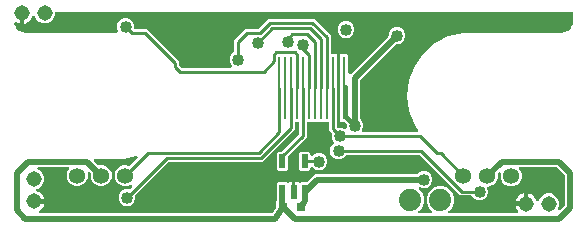
<source format=gbr>
G04 EAGLE Gerber RS-274X export*
G75*
%MOMM*%
%FSLAX34Y34*%
%LPD*%
%INBottom Copper*%
%IPPOS*%
%AMOC8*
5,1,8,0,0,1.08239X$1,22.5*%
G01*
%ADD10C,1.359600*%
%ADD11C,1.879600*%
%ADD12R,0.550000X1.200000*%
%ADD13R,0.800000X0.800000*%
%ADD14R,0.279400X5.334000*%
%ADD15C,1.309600*%
%ADD16C,1.016000*%
%ADD17C,0.254000*%
%ADD18C,0.508000*%
%ADD19C,0.406400*%

G36*
X344220Y49026D02*
X344220Y49026D01*
X344245Y49024D01*
X344377Y49046D01*
X344512Y49063D01*
X344534Y49072D01*
X344558Y49076D01*
X344682Y49130D01*
X344807Y49180D01*
X344827Y49194D01*
X344849Y49204D01*
X344955Y49287D01*
X345065Y49366D01*
X345080Y49385D01*
X345099Y49400D01*
X345181Y49507D01*
X345267Y49611D01*
X345278Y49633D01*
X345293Y49653D01*
X345346Y49778D01*
X345403Y49899D01*
X345408Y49923D01*
X345417Y49946D01*
X345437Y50079D01*
X345463Y50211D01*
X345461Y50236D01*
X345465Y50260D01*
X345451Y50394D01*
X345443Y50529D01*
X345435Y50552D01*
X345433Y50576D01*
X345387Y50703D01*
X345345Y50831D01*
X345332Y50852D01*
X345324Y50875D01*
X345241Y51013D01*
X342456Y55047D01*
X337866Y67150D01*
X336306Y80000D01*
X337866Y92850D01*
X342456Y104953D01*
X349809Y115606D01*
X359498Y124189D01*
X370960Y130205D01*
X383528Y133303D01*
X467300Y133303D01*
X467320Y133305D01*
X467424Y133309D01*
X469010Y133465D01*
X469114Y133489D01*
X469219Y133503D01*
X469299Y133531D01*
X469320Y133536D01*
X469334Y133543D01*
X469371Y133556D01*
X472301Y134769D01*
X472309Y134774D01*
X472318Y134776D01*
X472447Y134852D01*
X472578Y134927D01*
X472584Y134933D01*
X472592Y134938D01*
X472713Y135044D01*
X474956Y137287D01*
X474961Y137294D01*
X474969Y137300D01*
X475059Y137420D01*
X475151Y137538D01*
X475154Y137547D01*
X475160Y137554D01*
X475231Y137699D01*
X476444Y140629D01*
X476472Y140731D01*
X476509Y140831D01*
X476523Y140914D01*
X476528Y140935D01*
X476529Y140951D01*
X476535Y140990D01*
X476691Y142576D01*
X476691Y142595D01*
X476697Y142700D01*
X476697Y149700D01*
X476682Y149818D01*
X476675Y149937D01*
X476662Y149975D01*
X476657Y150016D01*
X476614Y150126D01*
X476577Y150239D01*
X476555Y150274D01*
X476540Y150311D01*
X476471Y150407D01*
X476407Y150508D01*
X476377Y150536D01*
X476354Y150569D01*
X476262Y150645D01*
X476175Y150726D01*
X476140Y150746D01*
X476109Y150771D01*
X476001Y150822D01*
X475897Y150880D01*
X475857Y150890D01*
X475821Y150907D01*
X475704Y150929D01*
X475589Y150959D01*
X475529Y150963D01*
X475509Y150967D01*
X475488Y150965D01*
X475428Y150969D01*
X39060Y150969D01*
X38942Y150954D01*
X38823Y150947D01*
X38785Y150934D01*
X38744Y150929D01*
X38634Y150886D01*
X38521Y150849D01*
X38486Y150827D01*
X38449Y150812D01*
X38353Y150743D01*
X38252Y150679D01*
X38224Y150649D01*
X38191Y150626D01*
X38115Y150534D01*
X38034Y150447D01*
X38014Y150412D01*
X37989Y150381D01*
X37938Y150273D01*
X37880Y150169D01*
X37870Y150129D01*
X37853Y150093D01*
X37831Y149976D01*
X37801Y149861D01*
X37797Y149801D01*
X37793Y149781D01*
X37795Y149760D01*
X37791Y149700D01*
X37791Y148153D01*
X36484Y144999D01*
X34071Y142586D01*
X30917Y141279D01*
X27503Y141279D01*
X24349Y142586D01*
X21936Y144999D01*
X21124Y146960D01*
X21109Y146986D01*
X21099Y147014D01*
X21030Y147123D01*
X20966Y147236D01*
X20945Y147258D01*
X20929Y147283D01*
X20835Y147371D01*
X20745Y147465D01*
X20719Y147480D01*
X20697Y147501D01*
X20584Y147563D01*
X20474Y147631D01*
X20445Y147640D01*
X20419Y147654D01*
X20293Y147686D01*
X20170Y147724D01*
X20140Y147726D01*
X20111Y147733D01*
X19981Y147733D01*
X19852Y147740D01*
X19823Y147734D01*
X19793Y147734D01*
X19667Y147701D01*
X19541Y147675D01*
X19514Y147662D01*
X19485Y147655D01*
X19371Y147593D01*
X19255Y147536D01*
X19232Y147516D01*
X19206Y147502D01*
X19112Y147413D01*
X19013Y147329D01*
X18996Y147305D01*
X18974Y147284D01*
X18904Y147175D01*
X18830Y147069D01*
X18819Y147041D01*
X18803Y147016D01*
X18744Y146866D01*
X18583Y146371D01*
X17933Y145097D01*
X17092Y143939D01*
X16081Y142928D01*
X14923Y142087D01*
X13649Y141437D01*
X12288Y140995D01*
X11909Y140935D01*
X11909Y149380D01*
X11894Y149498D01*
X11887Y149617D01*
X11874Y149655D01*
X11869Y149695D01*
X11826Y149806D01*
X11789Y149919D01*
X11767Y149953D01*
X11752Y149991D01*
X11683Y150087D01*
X11619Y150188D01*
X11589Y150216D01*
X11566Y150248D01*
X11474Y150324D01*
X11387Y150406D01*
X11352Y150425D01*
X11321Y150451D01*
X11213Y150502D01*
X11109Y150559D01*
X11069Y150569D01*
X11033Y150587D01*
X10916Y150609D01*
X10801Y150639D01*
X10741Y150643D01*
X10721Y150646D01*
X10700Y150645D01*
X10640Y150649D01*
X9680Y150649D01*
X9562Y150634D01*
X9443Y150627D01*
X9405Y150614D01*
X9364Y150609D01*
X9254Y150565D01*
X9141Y150529D01*
X9106Y150507D01*
X9069Y150492D01*
X8972Y150422D01*
X8872Y150359D01*
X8844Y150329D01*
X8811Y150305D01*
X8735Y150214D01*
X8654Y150127D01*
X8634Y150092D01*
X8609Y150060D01*
X8558Y149953D01*
X8500Y149848D01*
X8490Y149809D01*
X8473Y149773D01*
X8451Y149656D01*
X8421Y149540D01*
X8417Y149480D01*
X8413Y149460D01*
X8415Y149440D01*
X8411Y149380D01*
X8411Y140935D01*
X8032Y140995D01*
X6671Y141437D01*
X5363Y142104D01*
X5335Y142114D01*
X5309Y142129D01*
X5186Y142167D01*
X5064Y142211D01*
X5034Y142214D01*
X5006Y142223D01*
X4876Y142229D01*
X4747Y142241D01*
X4718Y142237D01*
X4688Y142238D01*
X4561Y142212D01*
X4433Y142192D01*
X4406Y142180D01*
X4376Y142174D01*
X4260Y142117D01*
X4141Y142066D01*
X4118Y142047D01*
X4091Y142034D01*
X3992Y141950D01*
X3890Y141871D01*
X3871Y141847D01*
X3849Y141828D01*
X3774Y141722D01*
X3695Y141620D01*
X3683Y141592D01*
X3666Y141568D01*
X3620Y141446D01*
X3568Y141328D01*
X3564Y141298D01*
X3553Y141270D01*
X3539Y141141D01*
X3518Y141014D01*
X3521Y140984D01*
X3518Y140954D01*
X3536Y140826D01*
X3548Y140697D01*
X3558Y140669D01*
X3562Y140639D01*
X3614Y140487D01*
X4769Y137699D01*
X4774Y137691D01*
X4776Y137682D01*
X4852Y137552D01*
X4927Y137422D01*
X4933Y137416D01*
X4938Y137408D01*
X5044Y137287D01*
X7287Y135044D01*
X7294Y135039D01*
X7300Y135031D01*
X7420Y134941D01*
X7538Y134849D01*
X7547Y134846D01*
X7554Y134840D01*
X7699Y134769D01*
X10629Y133556D01*
X10731Y133528D01*
X10831Y133491D01*
X10914Y133477D01*
X10935Y133472D01*
X10951Y133471D01*
X10990Y133465D01*
X12575Y133309D01*
X12595Y133309D01*
X12700Y133303D01*
X90315Y133303D01*
X90365Y133309D01*
X90414Y133307D01*
X90522Y133329D01*
X90631Y133343D01*
X90677Y133361D01*
X90726Y133371D01*
X90825Y133419D01*
X90927Y133460D01*
X90967Y133489D01*
X91012Y133511D01*
X91095Y133582D01*
X91184Y133646D01*
X91216Y133685D01*
X91254Y133717D01*
X91317Y133807D01*
X91387Y133891D01*
X91408Y133936D01*
X91437Y133977D01*
X91476Y134080D01*
X91522Y134179D01*
X91532Y134228D01*
X91549Y134274D01*
X91562Y134384D01*
X91582Y134491D01*
X91579Y134541D01*
X91585Y134590D01*
X91569Y134699D01*
X91562Y134809D01*
X91547Y134856D01*
X91540Y134905D01*
X91488Y135058D01*
X90677Y137015D01*
X90677Y139845D01*
X91760Y142459D01*
X93761Y144460D01*
X96375Y145543D01*
X99205Y145543D01*
X101819Y144460D01*
X103820Y142459D01*
X104903Y139845D01*
X104903Y137486D01*
X104918Y137368D01*
X104925Y137249D01*
X104938Y137210D01*
X104943Y137170D01*
X104986Y137060D01*
X105023Y136946D01*
X105045Y136912D01*
X105060Y136875D01*
X105129Y136778D01*
X105193Y136678D01*
X105223Y136650D01*
X105246Y136617D01*
X105338Y136541D01*
X105425Y136460D01*
X105460Y136440D01*
X105491Y136414D01*
X105599Y136364D01*
X105703Y136306D01*
X105743Y136296D01*
X105779Y136279D01*
X105896Y136257D01*
X106011Y136227D01*
X106071Y136223D01*
X106091Y136219D01*
X106112Y136220D01*
X106172Y136217D01*
X115925Y136217D01*
X142951Y109191D01*
X142951Y106086D01*
X142963Y105988D01*
X142966Y105889D01*
X142983Y105830D01*
X142991Y105770D01*
X143027Y105678D01*
X143054Y105583D01*
X143085Y105531D01*
X143108Y105475D01*
X143166Y105395D01*
X143216Y105309D01*
X143255Y105265D01*
X143257Y105262D01*
X143261Y105258D01*
X143282Y105234D01*
X143294Y105217D01*
X143304Y105210D01*
X143322Y105188D01*
X144506Y104004D01*
X144585Y103944D01*
X144657Y103876D01*
X144710Y103847D01*
X144758Y103810D01*
X144849Y103770D01*
X144935Y103722D01*
X144994Y103707D01*
X145049Y103683D01*
X145147Y103668D01*
X145243Y103643D01*
X145343Y103637D01*
X145364Y103633D01*
X145376Y103635D01*
X145404Y103633D01*
X186774Y103633D01*
X186912Y103650D01*
X187051Y103663D01*
X187070Y103670D01*
X187090Y103673D01*
X187219Y103724D01*
X187350Y103771D01*
X187367Y103782D01*
X187385Y103790D01*
X187498Y103871D01*
X187613Y103949D01*
X187626Y103965D01*
X187643Y103976D01*
X187732Y104084D01*
X187823Y104188D01*
X187833Y104206D01*
X187846Y104221D01*
X187905Y104347D01*
X187968Y104471D01*
X187972Y104491D01*
X187981Y104509D01*
X188007Y104646D01*
X188038Y104781D01*
X188037Y104802D01*
X188041Y104821D01*
X188032Y104960D01*
X188028Y105099D01*
X188022Y105119D01*
X188021Y105139D01*
X187978Y105271D01*
X187940Y105405D01*
X187929Y105422D01*
X187923Y105441D01*
X187849Y105559D01*
X187778Y105679D01*
X187759Y105700D01*
X187753Y105710D01*
X187738Y105724D01*
X187672Y105799D01*
X187010Y106461D01*
X185927Y109075D01*
X185927Y111905D01*
X187010Y114519D01*
X189017Y116526D01*
X189117Y116589D01*
X189230Y116654D01*
X189251Y116674D01*
X189276Y116690D01*
X189365Y116784D01*
X189458Y116875D01*
X189474Y116900D01*
X189494Y116922D01*
X189557Y117035D01*
X189625Y117146D01*
X189633Y117174D01*
X189648Y117200D01*
X189680Y117326D01*
X189718Y117450D01*
X189720Y117480D01*
X189727Y117508D01*
X189737Y117669D01*
X189737Y127098D01*
X199292Y136653D01*
X210080Y136653D01*
X210179Y136665D01*
X210278Y136668D01*
X210336Y136685D01*
X210396Y136693D01*
X210488Y136729D01*
X210583Y136757D01*
X210635Y136787D01*
X210692Y136810D01*
X210772Y136868D01*
X210857Y136918D01*
X210932Y136984D01*
X210949Y136996D01*
X210957Y137006D01*
X210978Y137024D01*
X218908Y144955D01*
X257398Y144955D01*
X271395Y130958D01*
X271395Y116652D01*
X271410Y116534D01*
X271417Y116415D01*
X271430Y116377D01*
X271435Y116336D01*
X271478Y116226D01*
X271515Y116113D01*
X271537Y116078D01*
X271552Y116041D01*
X271621Y115945D01*
X271685Y115844D01*
X271715Y115816D01*
X271738Y115783D01*
X271830Y115707D01*
X271917Y115626D01*
X271952Y115606D01*
X271983Y115581D01*
X272091Y115530D01*
X272195Y115472D01*
X272235Y115462D01*
X272271Y115445D01*
X272388Y115423D01*
X272503Y115393D01*
X272563Y115389D01*
X272583Y115385D01*
X272604Y115387D01*
X272664Y115383D01*
X274794Y115383D01*
X274886Y115394D01*
X274978Y115396D01*
X275043Y115414D01*
X275110Y115423D01*
X275196Y115457D01*
X275285Y115481D01*
X275390Y115533D01*
X275405Y115540D01*
X275412Y115545D01*
X275429Y115553D01*
X275714Y115718D01*
X276361Y115891D01*
X276823Y115891D01*
X276823Y86680D01*
X276823Y57145D01*
X276795Y57126D01*
X276719Y57034D01*
X276638Y56947D01*
X276618Y56912D01*
X276593Y56881D01*
X276542Y56773D01*
X276484Y56669D01*
X276474Y56629D01*
X276457Y56593D01*
X276435Y56476D01*
X276405Y56361D01*
X276401Y56301D01*
X276397Y56281D01*
X276399Y56260D01*
X276395Y56200D01*
X276395Y54074D01*
X276401Y54024D01*
X276399Y53975D01*
X276421Y53867D01*
X276435Y53758D01*
X276453Y53712D01*
X276463Y53663D01*
X276511Y53564D01*
X276552Y53462D01*
X276581Y53422D01*
X276603Y53377D01*
X276674Y53294D01*
X276738Y53205D01*
X276777Y53173D01*
X276809Y53135D01*
X276899Y53072D01*
X276983Y53002D01*
X277028Y52981D01*
X277069Y52952D01*
X277172Y52913D01*
X277271Y52867D01*
X277320Y52857D01*
X277366Y52840D01*
X277476Y52827D01*
X277583Y52807D01*
X277633Y52810D01*
X277683Y52804D01*
X277791Y52820D01*
X277901Y52827D01*
X277920Y52833D01*
X280815Y52833D01*
X283232Y51831D01*
X283280Y51818D01*
X283325Y51797D01*
X283433Y51776D01*
X283539Y51747D01*
X283589Y51747D01*
X283638Y51737D01*
X283747Y51744D01*
X283857Y51742D01*
X283905Y51754D01*
X283955Y51757D01*
X284059Y51791D01*
X284166Y51817D01*
X284210Y51840D01*
X284257Y51855D01*
X284350Y51914D01*
X284447Y51965D01*
X284484Y51999D01*
X284526Y52025D01*
X284601Y52105D01*
X284683Y52179D01*
X284710Y52221D01*
X284744Y52257D01*
X284797Y52353D01*
X284857Y52445D01*
X284874Y52492D01*
X284898Y52535D01*
X284925Y52642D01*
X284961Y52746D01*
X284965Y52795D01*
X284977Y52843D01*
X284987Y53004D01*
X284987Y55449D01*
X284975Y55547D01*
X284972Y55646D01*
X284955Y55704D01*
X284947Y55764D01*
X284911Y55856D01*
X284883Y55951D01*
X284853Y56003D01*
X284830Y56060D01*
X284772Y56140D01*
X284722Y56225D01*
X284656Y56301D01*
X284644Y56317D01*
X284634Y56325D01*
X284616Y56346D01*
X283356Y57605D01*
X283278Y57666D01*
X283206Y57734D01*
X283153Y57763D01*
X283105Y57800D01*
X283014Y57840D01*
X282927Y57888D01*
X282869Y57903D01*
X282813Y57927D01*
X282715Y57942D01*
X282619Y57967D01*
X282519Y57973D01*
X282499Y57977D01*
X282487Y57975D01*
X282459Y57977D01*
X281390Y57977D01*
X281298Y57966D01*
X281206Y57964D01*
X281141Y57946D01*
X281074Y57937D01*
X280988Y57903D01*
X280899Y57879D01*
X280794Y57827D01*
X280779Y57820D01*
X280772Y57815D01*
X280755Y57807D01*
X280470Y57642D01*
X279823Y57469D01*
X279361Y57469D01*
X279361Y86680D01*
X279361Y115891D01*
X279823Y115891D01*
X280470Y115718D01*
X280755Y115553D01*
X280840Y115517D01*
X280921Y115472D01*
X280986Y115456D01*
X281048Y115430D01*
X281140Y115416D01*
X281229Y115393D01*
X281346Y115386D01*
X281363Y115383D01*
X281371Y115384D01*
X281390Y115383D01*
X285331Y115383D01*
X286522Y114192D01*
X286522Y99203D01*
X286539Y99065D01*
X286552Y98926D01*
X286559Y98907D01*
X286562Y98887D01*
X286613Y98758D01*
X286660Y98627D01*
X286671Y98610D01*
X286679Y98592D01*
X286760Y98479D01*
X286838Y98364D01*
X286854Y98351D01*
X286865Y98334D01*
X286973Y98246D01*
X287077Y98154D01*
X287095Y98144D01*
X287110Y98131D01*
X287236Y98072D01*
X287360Y98009D01*
X287380Y98004D01*
X287398Y97996D01*
X287534Y97970D01*
X287670Y97939D01*
X287691Y97940D01*
X287710Y97936D01*
X287849Y97945D01*
X287988Y97949D01*
X288008Y97955D01*
X288028Y97956D01*
X288160Y97999D01*
X288294Y98037D01*
X288311Y98048D01*
X288330Y98054D01*
X288448Y98128D01*
X288568Y98199D01*
X288589Y98217D01*
X288599Y98224D01*
X288613Y98239D01*
X288688Y98305D01*
X320176Y129792D01*
X320236Y129871D01*
X320304Y129943D01*
X320333Y129996D01*
X320370Y130044D01*
X320410Y130135D01*
X320458Y130221D01*
X320473Y130280D01*
X320497Y130335D01*
X320512Y130433D01*
X320537Y130529D01*
X320543Y130629D01*
X320547Y130650D01*
X320545Y130662D01*
X320547Y130690D01*
X320547Y132225D01*
X321630Y134839D01*
X323631Y136840D01*
X326245Y137923D01*
X329075Y137923D01*
X331689Y136840D01*
X333690Y134839D01*
X334773Y132225D01*
X334773Y129395D01*
X333690Y126781D01*
X331689Y124780D01*
X329075Y123697D01*
X327540Y123697D01*
X327442Y123685D01*
X327343Y123682D01*
X327284Y123665D01*
X327224Y123657D01*
X327132Y123621D01*
X327037Y123593D01*
X326985Y123563D01*
X326929Y123540D01*
X326849Y123482D01*
X326763Y123432D01*
X326688Y123366D01*
X326671Y123354D01*
X326663Y123344D01*
X326642Y123326D01*
X297044Y93728D01*
X296984Y93649D01*
X296916Y93577D01*
X296887Y93524D01*
X296850Y93476D01*
X296810Y93385D01*
X296762Y93299D01*
X296747Y93240D01*
X296723Y93185D01*
X296708Y93087D01*
X296683Y92991D01*
X296677Y92891D01*
X296673Y92870D01*
X296675Y92858D01*
X296673Y92830D01*
X296673Y60622D01*
X296685Y60524D01*
X296688Y60425D01*
X296705Y60366D01*
X296713Y60306D01*
X296749Y60214D01*
X296777Y60119D01*
X296807Y60067D01*
X296830Y60011D01*
X296888Y59931D01*
X296938Y59845D01*
X297004Y59770D01*
X297016Y59753D01*
X297026Y59746D01*
X297044Y59724D01*
X298130Y58639D01*
X299213Y56025D01*
X299213Y53195D01*
X298211Y50778D01*
X298198Y50730D01*
X298177Y50685D01*
X298156Y50577D01*
X298127Y50471D01*
X298127Y50421D01*
X298117Y50372D01*
X298124Y50263D01*
X298122Y50153D01*
X298134Y50105D01*
X298137Y50055D01*
X298171Y49951D01*
X298197Y49844D01*
X298220Y49800D01*
X298235Y49753D01*
X298294Y49660D01*
X298345Y49563D01*
X298379Y49526D01*
X298405Y49484D01*
X298485Y49409D01*
X298559Y49327D01*
X298601Y49300D01*
X298637Y49266D01*
X298733Y49213D01*
X298825Y49153D01*
X298872Y49136D01*
X298915Y49112D01*
X299022Y49085D01*
X299126Y49049D01*
X299175Y49045D01*
X299223Y49033D01*
X299384Y49023D01*
X344196Y49023D01*
X344220Y49026D01*
G37*
G36*
X356333Y-19568D02*
X356333Y-19568D01*
X356472Y-19555D01*
X356491Y-19548D01*
X356511Y-19545D01*
X356640Y-19494D01*
X356771Y-19447D01*
X356788Y-19436D01*
X356807Y-19428D01*
X356919Y-19347D01*
X357034Y-19269D01*
X357048Y-19253D01*
X357064Y-19242D01*
X357153Y-19134D01*
X357245Y-19030D01*
X357254Y-19012D01*
X357267Y-18997D01*
X357326Y-18871D01*
X357389Y-18747D01*
X357394Y-18727D01*
X357402Y-18709D01*
X357429Y-18573D01*
X357459Y-18437D01*
X357458Y-18416D01*
X357462Y-18397D01*
X357454Y-18258D01*
X357449Y-18119D01*
X357444Y-18099D01*
X357442Y-18079D01*
X357400Y-17947D01*
X357361Y-17813D01*
X357351Y-17796D01*
X357344Y-17777D01*
X357270Y-17659D01*
X357199Y-17539D01*
X357181Y-17518D01*
X357174Y-17508D01*
X357159Y-17494D01*
X357093Y-17419D01*
X354489Y-14815D01*
X352749Y-10614D01*
X352749Y-6066D01*
X354489Y-1865D01*
X357705Y1351D01*
X361906Y3091D01*
X366454Y3091D01*
X370655Y1351D01*
X373871Y-1865D01*
X375611Y-6066D01*
X375611Y-10614D01*
X373871Y-14815D01*
X371267Y-17419D01*
X371182Y-17528D01*
X371093Y-17635D01*
X371084Y-17654D01*
X371072Y-17670D01*
X371017Y-17798D01*
X370958Y-17923D01*
X370954Y-17943D01*
X370946Y-17962D01*
X370924Y-18100D01*
X370898Y-18236D01*
X370899Y-18256D01*
X370896Y-18276D01*
X370909Y-18415D01*
X370918Y-18553D01*
X370924Y-18572D01*
X370926Y-18592D01*
X370973Y-18724D01*
X371016Y-18855D01*
X371026Y-18873D01*
X371033Y-18892D01*
X371111Y-19007D01*
X371186Y-19124D01*
X371200Y-19138D01*
X371212Y-19155D01*
X371316Y-19247D01*
X371417Y-19342D01*
X371435Y-19352D01*
X371450Y-19365D01*
X371574Y-19429D01*
X371696Y-19496D01*
X371715Y-19501D01*
X371733Y-19510D01*
X371869Y-19540D01*
X372004Y-19575D01*
X372032Y-19577D01*
X372044Y-19580D01*
X372064Y-19579D01*
X372164Y-19585D01*
X429118Y-19585D01*
X429255Y-19568D01*
X429394Y-19555D01*
X429413Y-19548D01*
X429433Y-19545D01*
X429562Y-19494D01*
X429693Y-19447D01*
X429710Y-19436D01*
X429729Y-19428D01*
X429841Y-19347D01*
X429957Y-19269D01*
X429970Y-19253D01*
X429986Y-19242D01*
X430075Y-19134D01*
X430167Y-19030D01*
X430176Y-19012D01*
X430189Y-18997D01*
X430248Y-18871D01*
X430312Y-18747D01*
X430316Y-18727D01*
X430325Y-18709D01*
X430351Y-18573D01*
X430381Y-18437D01*
X430381Y-18416D01*
X430384Y-18397D01*
X430376Y-18258D01*
X430371Y-18119D01*
X430366Y-18099D01*
X430365Y-18079D01*
X430322Y-17947D01*
X430283Y-17813D01*
X430273Y-17796D01*
X430267Y-17777D01*
X430192Y-17659D01*
X430121Y-17539D01*
X430103Y-17518D01*
X430096Y-17508D01*
X430082Y-17494D01*
X430015Y-17418D01*
X429947Y-17351D01*
X429107Y-16193D01*
X428457Y-14919D01*
X428015Y-13558D01*
X427955Y-13179D01*
X436400Y-13179D01*
X436518Y-13164D01*
X436637Y-13157D01*
X436675Y-13144D01*
X436715Y-13139D01*
X436826Y-13096D01*
X436939Y-13059D01*
X436973Y-13037D01*
X437011Y-13022D01*
X437107Y-12953D01*
X437208Y-12889D01*
X437236Y-12859D01*
X437268Y-12836D01*
X437344Y-12744D01*
X437426Y-12657D01*
X437445Y-12622D01*
X437471Y-12591D01*
X437522Y-12483D01*
X437579Y-12379D01*
X437589Y-12339D01*
X437607Y-12303D01*
X437629Y-12186D01*
X437635Y-12184D01*
X437676Y-12179D01*
X437786Y-12135D01*
X437899Y-12099D01*
X437934Y-12077D01*
X437971Y-12062D01*
X438067Y-11992D01*
X438168Y-11929D01*
X438196Y-11899D01*
X438229Y-11875D01*
X438305Y-11784D01*
X438386Y-11697D01*
X438406Y-11662D01*
X438431Y-11630D01*
X438482Y-11523D01*
X438540Y-11418D01*
X438550Y-11379D01*
X438567Y-11343D01*
X438589Y-11226D01*
X438619Y-11110D01*
X438623Y-11050D01*
X438627Y-11030D01*
X438625Y-11010D01*
X438629Y-10950D01*
X438629Y-2505D01*
X439008Y-2565D01*
X440369Y-3007D01*
X441643Y-3657D01*
X442801Y-4498D01*
X443812Y-5509D01*
X444653Y-6667D01*
X445303Y-7941D01*
X445464Y-8436D01*
X445476Y-8463D01*
X445483Y-8492D01*
X445544Y-8607D01*
X445599Y-8724D01*
X445618Y-8747D01*
X445632Y-8774D01*
X445719Y-8869D01*
X445802Y-8969D01*
X445826Y-8987D01*
X445846Y-9009D01*
X445954Y-9080D01*
X446059Y-9156D01*
X446087Y-9167D01*
X446112Y-9184D01*
X446235Y-9226D01*
X446355Y-9273D01*
X446384Y-9277D01*
X446413Y-9287D01*
X446542Y-9297D01*
X446670Y-9313D01*
X446700Y-9310D01*
X446730Y-9312D01*
X446857Y-9290D01*
X446986Y-9274D01*
X447013Y-9263D01*
X447043Y-9258D01*
X447161Y-9204D01*
X447281Y-9157D01*
X447306Y-9139D01*
X447333Y-9127D01*
X447434Y-9046D01*
X447539Y-8970D01*
X447558Y-8947D01*
X447581Y-8929D01*
X447659Y-8825D01*
X447742Y-8725D01*
X447755Y-8698D01*
X447773Y-8674D01*
X447844Y-8530D01*
X448656Y-6569D01*
X451069Y-4156D01*
X454223Y-2849D01*
X457637Y-2849D01*
X460791Y-4156D01*
X463204Y-6569D01*
X464511Y-9723D01*
X464511Y-13137D01*
X463514Y-15544D01*
X463495Y-15612D01*
X463467Y-15676D01*
X463453Y-15765D01*
X463430Y-15851D01*
X463428Y-15921D01*
X463418Y-15990D01*
X463426Y-16079D01*
X463425Y-16169D01*
X463441Y-16237D01*
X463447Y-16306D01*
X463478Y-16391D01*
X463499Y-16478D01*
X463531Y-16540D01*
X463555Y-16606D01*
X463605Y-16680D01*
X463647Y-16759D01*
X463694Y-16811D01*
X463734Y-16869D01*
X463801Y-16928D01*
X463861Y-16995D01*
X463920Y-17033D01*
X463972Y-17079D01*
X464052Y-17120D01*
X464127Y-17170D01*
X464193Y-17192D01*
X464255Y-17224D01*
X464343Y-17244D01*
X464428Y-17273D01*
X464497Y-17278D01*
X464565Y-17294D01*
X464655Y-17291D01*
X464745Y-17298D01*
X464814Y-17286D01*
X464883Y-17284D01*
X464970Y-17259D01*
X465058Y-17244D01*
X465122Y-17215D01*
X465189Y-17196D01*
X465266Y-17150D01*
X465348Y-17113D01*
X465403Y-17069D01*
X465463Y-17034D01*
X465584Y-16928D01*
X469214Y-13298D01*
X469274Y-13219D01*
X469342Y-13147D01*
X469371Y-13094D01*
X469408Y-13046D01*
X469448Y-12955D01*
X469496Y-12869D01*
X469511Y-12810D01*
X469535Y-12755D01*
X469550Y-12657D01*
X469575Y-12561D01*
X469581Y-12461D01*
X469585Y-12440D01*
X469583Y-12428D01*
X469585Y-12400D01*
X469585Y12400D01*
X469573Y12498D01*
X469570Y12597D01*
X469553Y12656D01*
X469545Y12716D01*
X469509Y12808D01*
X469481Y12903D01*
X469451Y12955D01*
X469428Y13011D01*
X469370Y13091D01*
X469320Y13177D01*
X469254Y13252D01*
X469242Y13269D01*
X469232Y13277D01*
X469214Y13298D01*
X463298Y19214D01*
X463219Y19274D01*
X463147Y19342D01*
X463094Y19371D01*
X463046Y19408D01*
X462955Y19448D01*
X462869Y19496D01*
X462810Y19511D01*
X462755Y19535D01*
X462657Y19550D01*
X462561Y19575D01*
X462461Y19581D01*
X462440Y19585D01*
X462428Y19583D01*
X462400Y19585D01*
X432148Y19585D01*
X432010Y19568D01*
X431871Y19555D01*
X431852Y19548D01*
X431832Y19545D01*
X431702Y19494D01*
X431572Y19447D01*
X431555Y19436D01*
X431536Y19428D01*
X431424Y19347D01*
X431309Y19269D01*
X431295Y19253D01*
X431279Y19242D01*
X431190Y19134D01*
X431098Y19030D01*
X431089Y19012D01*
X431076Y18997D01*
X431017Y18871D01*
X430954Y18747D01*
X430949Y18727D01*
X430941Y18709D01*
X430915Y18572D01*
X430884Y18437D01*
X430885Y18416D01*
X430881Y18397D01*
X430889Y18258D01*
X430894Y18119D01*
X430899Y18099D01*
X430901Y18079D01*
X430943Y17947D01*
X430982Y17813D01*
X430992Y17796D01*
X430999Y17777D01*
X431073Y17659D01*
X431144Y17539D01*
X431162Y17518D01*
X431169Y17508D01*
X431184Y17494D01*
X431250Y17419D01*
X431826Y16842D01*
X433171Y13597D01*
X433171Y10083D01*
X431826Y6838D01*
X429342Y4354D01*
X426097Y3009D01*
X422583Y3009D01*
X419338Y4354D01*
X416854Y6838D01*
X415509Y10083D01*
X415509Y13798D01*
X415492Y13936D01*
X415479Y14075D01*
X415472Y14094D01*
X415469Y14114D01*
X415418Y14243D01*
X415371Y14374D01*
X415360Y14391D01*
X415352Y14409D01*
X415271Y14522D01*
X415193Y14637D01*
X415177Y14650D01*
X415166Y14667D01*
X415058Y14756D01*
X414954Y14847D01*
X414936Y14857D01*
X414921Y14870D01*
X414795Y14929D01*
X414671Y14992D01*
X414651Y14997D01*
X414633Y15005D01*
X414497Y15031D01*
X414361Y15062D01*
X414340Y15061D01*
X414321Y15065D01*
X414182Y15056D01*
X414043Y15052D01*
X414023Y15046D01*
X414003Y15045D01*
X413871Y15002D01*
X413737Y14964D01*
X413720Y14953D01*
X413701Y14947D01*
X413583Y14873D01*
X413463Y14802D01*
X413442Y14784D01*
X413432Y14777D01*
X413418Y14762D01*
X413343Y14696D01*
X413222Y14576D01*
X413162Y14497D01*
X413094Y14425D01*
X413065Y14372D01*
X413028Y14324D01*
X412988Y14233D01*
X412940Y14147D01*
X412925Y14088D01*
X412901Y14033D01*
X412886Y13935D01*
X412861Y13839D01*
X412855Y13739D01*
X412851Y13718D01*
X412853Y13706D01*
X412851Y13678D01*
X412851Y10083D01*
X411506Y6838D01*
X409022Y4354D01*
X405777Y3009D01*
X405299Y3009D01*
X405250Y3003D01*
X405200Y3005D01*
X405093Y2983D01*
X404984Y2969D01*
X404937Y2951D01*
X404889Y2941D01*
X404790Y2893D01*
X404688Y2852D01*
X404648Y2823D01*
X404603Y2801D01*
X404520Y2730D01*
X404431Y2666D01*
X404399Y2627D01*
X404361Y2595D01*
X404298Y2505D01*
X404228Y2421D01*
X404207Y2376D01*
X404178Y2335D01*
X404139Y2232D01*
X404092Y2133D01*
X404083Y2084D01*
X404065Y2038D01*
X404053Y1928D01*
X404033Y1821D01*
X404036Y1771D01*
X404030Y1722D01*
X404045Y1613D01*
X404052Y1503D01*
X404068Y1456D01*
X404075Y1407D01*
X404127Y1254D01*
X404597Y119D01*
X404597Y-2711D01*
X403514Y-5325D01*
X401513Y-7326D01*
X398899Y-8409D01*
X396069Y-8409D01*
X393455Y-7326D01*
X391448Y-5319D01*
X391385Y-5219D01*
X391320Y-5106D01*
X391300Y-5085D01*
X391284Y-5060D01*
X391190Y-4971D01*
X391099Y-4877D01*
X391074Y-4862D01*
X391052Y-4842D01*
X390939Y-4779D01*
X390828Y-4711D01*
X390800Y-4703D01*
X390774Y-4688D01*
X390649Y-4656D01*
X390524Y-4618D01*
X390495Y-4616D01*
X390466Y-4609D01*
X390305Y-4599D01*
X381184Y-4599D01*
X378878Y-2292D01*
X347240Y29346D01*
X347162Y29406D01*
X347090Y29474D01*
X347037Y29503D01*
X346989Y29540D01*
X346898Y29580D01*
X346811Y29628D01*
X346753Y29643D01*
X346697Y29667D01*
X346599Y29682D01*
X346503Y29707D01*
X346403Y29713D01*
X346383Y29717D01*
X346371Y29715D01*
X346343Y29717D01*
X285309Y29717D01*
X285279Y29714D01*
X285250Y29716D01*
X285122Y29694D01*
X284993Y29677D01*
X284966Y29667D01*
X284937Y29661D01*
X284818Y29608D01*
X284698Y29560D01*
X284674Y29543D01*
X284647Y29531D01*
X284545Y29450D01*
X284440Y29374D01*
X284421Y29351D01*
X284398Y29332D01*
X284320Y29228D01*
X284237Y29129D01*
X284225Y29102D01*
X284207Y29078D01*
X284168Y29000D01*
X282159Y26990D01*
X279545Y25907D01*
X276715Y25907D01*
X274101Y26990D01*
X272100Y28991D01*
X271017Y31605D01*
X271017Y34435D01*
X272100Y37049D01*
X274159Y39107D01*
X274232Y39202D01*
X274310Y39291D01*
X274329Y39327D01*
X274354Y39359D01*
X274401Y39468D01*
X274455Y39574D01*
X274464Y39613D01*
X274480Y39651D01*
X274499Y39768D01*
X274525Y39884D01*
X274523Y39925D01*
X274530Y39965D01*
X274519Y40083D01*
X274515Y40202D01*
X274504Y40241D01*
X274500Y40281D01*
X274460Y40394D01*
X274427Y40508D01*
X274406Y40542D01*
X274392Y40581D01*
X274325Y40679D01*
X274265Y40782D01*
X274225Y40827D01*
X274214Y40844D01*
X274198Y40857D01*
X274159Y40902D01*
X273370Y41691D01*
X272287Y44305D01*
X272287Y47143D01*
X272313Y47259D01*
X272347Y47384D01*
X272348Y47414D01*
X272354Y47443D01*
X272350Y47572D01*
X272353Y47702D01*
X272346Y47731D01*
X272345Y47761D01*
X272309Y47885D01*
X272278Y48012D01*
X272265Y48038D01*
X272256Y48066D01*
X272190Y48178D01*
X272130Y48293D01*
X272110Y48314D01*
X272095Y48340D01*
X271988Y48461D01*
X269789Y50660D01*
X269789Y56708D01*
X269774Y56826D01*
X269767Y56945D01*
X269754Y56983D01*
X269749Y57024D01*
X269706Y57134D01*
X269669Y57247D01*
X269647Y57282D01*
X269632Y57319D01*
X269563Y57415D01*
X269499Y57516D01*
X269469Y57544D01*
X269446Y57577D01*
X269354Y57653D01*
X269267Y57734D01*
X269232Y57754D01*
X269201Y57779D01*
X269093Y57830D01*
X268989Y57888D01*
X268949Y57898D01*
X268913Y57915D01*
X268796Y57937D01*
X268681Y57967D01*
X268621Y57971D01*
X268601Y57975D01*
X268580Y57973D01*
X268520Y57977D01*
X252664Y57977D01*
X252546Y57962D01*
X252427Y57955D01*
X252389Y57942D01*
X252348Y57937D01*
X252238Y57894D01*
X252125Y57857D01*
X252090Y57835D01*
X252053Y57820D01*
X251957Y57751D01*
X251856Y57687D01*
X251828Y57657D01*
X251795Y57634D01*
X251719Y57542D01*
X251638Y57455D01*
X251618Y57420D01*
X251593Y57389D01*
X251542Y57281D01*
X251484Y57177D01*
X251474Y57137D01*
X251457Y57101D01*
X251435Y56984D01*
X251405Y56869D01*
X251401Y56809D01*
X251397Y56789D01*
X251399Y56768D01*
X251395Y56708D01*
X251395Y44794D01*
X235714Y29114D01*
X235654Y29035D01*
X235586Y28963D01*
X235557Y28910D01*
X235520Y28862D01*
X235480Y28771D01*
X235432Y28685D01*
X235417Y28626D01*
X235393Y28571D01*
X235378Y28473D01*
X235353Y28377D01*
X235347Y28277D01*
X235343Y28256D01*
X235345Y28244D01*
X235343Y28216D01*
X235343Y17589D01*
X234152Y16398D01*
X226968Y16398D01*
X225777Y17589D01*
X225777Y31273D01*
X226968Y32464D01*
X229197Y32464D01*
X229295Y32476D01*
X229394Y32479D01*
X229453Y32496D01*
X229513Y32504D01*
X229605Y32540D01*
X229700Y32568D01*
X229752Y32598D01*
X229808Y32621D01*
X229888Y32679D01*
X229974Y32729D01*
X230049Y32795D01*
X230066Y32807D01*
X230074Y32817D01*
X230095Y32835D01*
X244418Y47158D01*
X244478Y47237D01*
X244546Y47309D01*
X244575Y47362D01*
X244612Y47410D01*
X244652Y47501D01*
X244700Y47587D01*
X244715Y47646D01*
X244739Y47701D01*
X244754Y47799D01*
X244779Y47895D01*
X244785Y47995D01*
X244789Y48016D01*
X244787Y48028D01*
X244789Y48056D01*
X244789Y56708D01*
X244774Y56826D01*
X244767Y56945D01*
X244754Y56983D01*
X244749Y57024D01*
X244706Y57134D01*
X244669Y57247D01*
X244647Y57282D01*
X244632Y57319D01*
X244563Y57415D01*
X244499Y57516D01*
X244469Y57544D01*
X244446Y57577D01*
X244354Y57653D01*
X244267Y57734D01*
X244232Y57754D01*
X244201Y57779D01*
X244093Y57830D01*
X243989Y57888D01*
X243949Y57898D01*
X243913Y57915D01*
X243796Y57937D01*
X243681Y57967D01*
X243621Y57971D01*
X243601Y57975D01*
X243580Y57973D01*
X243520Y57977D01*
X242664Y57977D01*
X242546Y57962D01*
X242427Y57955D01*
X242389Y57942D01*
X242348Y57937D01*
X242238Y57894D01*
X242125Y57857D01*
X242090Y57835D01*
X242053Y57820D01*
X241957Y57751D01*
X241856Y57687D01*
X241828Y57657D01*
X241795Y57634D01*
X241719Y57542D01*
X241638Y57455D01*
X241618Y57420D01*
X241593Y57389D01*
X241542Y57281D01*
X241484Y57177D01*
X241474Y57137D01*
X241457Y57101D01*
X241435Y56984D01*
X241405Y56869D01*
X241401Y56809D01*
X241397Y56789D01*
X241399Y56768D01*
X241395Y56708D01*
X241395Y51304D01*
X213966Y23875D01*
X134482Y23875D01*
X134384Y23863D01*
X134285Y23860D01*
X134226Y23843D01*
X134166Y23835D01*
X134074Y23799D01*
X133979Y23771D01*
X133927Y23741D01*
X133871Y23718D01*
X133791Y23660D01*
X133705Y23610D01*
X133630Y23544D01*
X133613Y23532D01*
X133605Y23522D01*
X133584Y23504D01*
X106472Y-3609D01*
X106453Y-3633D01*
X106431Y-3652D01*
X106356Y-3758D01*
X106277Y-3860D01*
X106265Y-3888D01*
X106248Y-3912D01*
X106202Y-4033D01*
X106150Y-4152D01*
X106146Y-4182D01*
X106135Y-4209D01*
X106121Y-4338D01*
X106100Y-4466D01*
X106103Y-4496D01*
X106100Y-4525D01*
X106118Y-4654D01*
X106130Y-4783D01*
X106140Y-4811D01*
X106144Y-4840D01*
X106173Y-4923D01*
X106173Y-7765D01*
X105090Y-10379D01*
X103089Y-12380D01*
X100475Y-13463D01*
X97645Y-13463D01*
X95031Y-12380D01*
X93030Y-10379D01*
X91947Y-7765D01*
X91947Y-4935D01*
X93030Y-2321D01*
X95031Y-320D01*
X97645Y763D01*
X100483Y763D01*
X100599Y737D01*
X100724Y703D01*
X100754Y702D01*
X100783Y696D01*
X100913Y699D01*
X101042Y697D01*
X101071Y704D01*
X101101Y705D01*
X101225Y741D01*
X101351Y772D01*
X101378Y785D01*
X101406Y794D01*
X101518Y859D01*
X101633Y920D01*
X101654Y940D01*
X101680Y955D01*
X101801Y1062D01*
X103181Y2442D01*
X103224Y2497D01*
X103274Y2545D01*
X103321Y2622D01*
X103376Y2693D01*
X103404Y2757D01*
X103440Y2817D01*
X103467Y2902D01*
X103502Y2985D01*
X103513Y3054D01*
X103534Y3120D01*
X103538Y3210D01*
X103552Y3299D01*
X103546Y3369D01*
X103549Y3438D01*
X103531Y3526D01*
X103522Y3616D01*
X103499Y3681D01*
X103485Y3750D01*
X103445Y3830D01*
X103415Y3915D01*
X103376Y3973D01*
X103345Y4035D01*
X103287Y4104D01*
X103236Y4178D01*
X103184Y4224D01*
X103139Y4277D01*
X103065Y4329D01*
X102998Y4388D01*
X102936Y4420D01*
X102878Y4460D01*
X102794Y4492D01*
X102714Y4533D01*
X102646Y4548D01*
X102581Y4573D01*
X102492Y4583D01*
X102404Y4603D01*
X102334Y4601D01*
X102265Y4608D01*
X102176Y4596D01*
X102086Y4593D01*
X102019Y4574D01*
X101950Y4564D01*
X101798Y4512D01*
X99257Y3459D01*
X95743Y3459D01*
X92498Y4804D01*
X90014Y7288D01*
X88669Y10533D01*
X88669Y14047D01*
X90014Y17292D01*
X92498Y19776D01*
X95743Y21121D01*
X99257Y21121D01*
X100172Y20741D01*
X100201Y20734D01*
X100227Y20720D01*
X100354Y20692D01*
X100479Y20657D01*
X100509Y20657D01*
X100538Y20650D01*
X100667Y20654D01*
X100797Y20652D01*
X100826Y20659D01*
X100855Y20660D01*
X100980Y20696D01*
X101106Y20726D01*
X101133Y20740D01*
X101161Y20749D01*
X101273Y20814D01*
X101388Y20875D01*
X101409Y20895D01*
X101435Y20910D01*
X101556Y21016D01*
X107538Y26999D01*
X107620Y27104D01*
X107705Y27206D01*
X107717Y27229D01*
X107733Y27250D01*
X107786Y27372D01*
X107844Y27492D01*
X107849Y27518D01*
X107859Y27542D01*
X107880Y27673D01*
X107906Y27804D01*
X107905Y27830D01*
X107909Y27856D01*
X107897Y27989D01*
X107890Y28121D01*
X107882Y28146D01*
X107879Y28173D01*
X107834Y28298D01*
X107795Y28425D01*
X107781Y28447D01*
X107772Y28472D01*
X107697Y28582D01*
X107627Y28695D01*
X107608Y28713D01*
X107593Y28735D01*
X107494Y28823D01*
X107397Y28915D01*
X107374Y28928D01*
X107355Y28946D01*
X107236Y29006D01*
X107120Y29071D01*
X107095Y29078D01*
X107072Y29090D01*
X106942Y29119D01*
X106813Y29154D01*
X106787Y29154D01*
X106761Y29160D01*
X106628Y29156D01*
X106495Y29157D01*
X106459Y29151D01*
X106443Y29150D01*
X106422Y29144D01*
X106337Y29129D01*
X96472Y26697D01*
X72304Y26697D01*
X72166Y26680D01*
X72027Y26667D01*
X72008Y26660D01*
X71988Y26657D01*
X71859Y26606D01*
X71728Y26559D01*
X71711Y26548D01*
X71693Y26540D01*
X71580Y26459D01*
X71465Y26381D01*
X71452Y26365D01*
X71435Y26354D01*
X71346Y26246D01*
X71255Y26142D01*
X71245Y26124D01*
X71232Y26109D01*
X71173Y25983D01*
X71110Y25859D01*
X71105Y25839D01*
X71097Y25821D01*
X71071Y25685D01*
X71040Y25549D01*
X71041Y25528D01*
X71037Y25509D01*
X71046Y25370D01*
X71050Y25231D01*
X71056Y25211D01*
X71057Y25191D01*
X71100Y25059D01*
X71138Y24925D01*
X71149Y24908D01*
X71155Y24889D01*
X71229Y24771D01*
X71300Y24651D01*
X71318Y24630D01*
X71325Y24620D01*
X71340Y24606D01*
X71406Y24531D01*
X74444Y21492D01*
X74523Y21432D01*
X74595Y21364D01*
X74648Y21335D01*
X74696Y21298D01*
X74787Y21258D01*
X74873Y21210D01*
X74932Y21195D01*
X74987Y21171D01*
X75085Y21156D01*
X75181Y21131D01*
X75281Y21125D01*
X75302Y21121D01*
X75314Y21123D01*
X75342Y21121D01*
X78937Y21121D01*
X82182Y19776D01*
X84666Y17292D01*
X86011Y14047D01*
X86011Y10533D01*
X84666Y7288D01*
X82182Y4804D01*
X78937Y3459D01*
X75423Y3459D01*
X72178Y4804D01*
X69694Y7288D01*
X68349Y10533D01*
X68349Y14128D01*
X68337Y14226D01*
X68334Y14325D01*
X68317Y14383D01*
X68309Y14444D01*
X68273Y14536D01*
X68246Y14631D01*
X68215Y14683D01*
X68192Y14739D01*
X68134Y14819D01*
X68084Y14905D01*
X68018Y14980D01*
X68006Y14997D01*
X67996Y15004D01*
X67978Y15026D01*
X67858Y15146D01*
X67748Y15231D01*
X67641Y15320D01*
X67622Y15328D01*
X67606Y15341D01*
X67479Y15396D01*
X67353Y15455D01*
X67333Y15459D01*
X67315Y15467D01*
X67177Y15489D01*
X67040Y15515D01*
X67020Y15514D01*
X67000Y15517D01*
X66862Y15504D01*
X66723Y15495D01*
X66704Y15489D01*
X66684Y15487D01*
X66553Y15440D01*
X66421Y15397D01*
X66403Y15386D01*
X66385Y15380D01*
X66270Y15302D01*
X66152Y15227D01*
X66138Y15212D01*
X66121Y15201D01*
X66029Y15097D01*
X65934Y14995D01*
X65924Y14978D01*
X65911Y14963D01*
X65848Y14839D01*
X65780Y14717D01*
X65775Y14697D01*
X65766Y14679D01*
X65736Y14543D01*
X65701Y14409D01*
X65699Y14381D01*
X65696Y14369D01*
X65697Y14348D01*
X65691Y14248D01*
X65691Y10533D01*
X64346Y7288D01*
X61862Y4804D01*
X58617Y3459D01*
X55103Y3459D01*
X51858Y4804D01*
X49374Y7288D01*
X48029Y10533D01*
X48029Y14047D01*
X49374Y17292D01*
X49500Y17418D01*
X49585Y17528D01*
X49674Y17635D01*
X49682Y17654D01*
X49695Y17670D01*
X49750Y17798D01*
X49809Y17923D01*
X49813Y17943D01*
X49821Y17962D01*
X49843Y18099D01*
X49869Y18236D01*
X49868Y18256D01*
X49871Y18276D01*
X49858Y18414D01*
X49849Y18553D01*
X49843Y18572D01*
X49841Y18592D01*
X49794Y18723D01*
X49751Y18855D01*
X49741Y18873D01*
X49734Y18892D01*
X49656Y19007D01*
X49581Y19124D01*
X49566Y19138D01*
X49555Y19155D01*
X49451Y19247D01*
X49350Y19342D01*
X49332Y19352D01*
X49317Y19365D01*
X49193Y19428D01*
X49071Y19496D01*
X49051Y19501D01*
X49033Y19510D01*
X48898Y19540D01*
X48763Y19575D01*
X48735Y19577D01*
X48723Y19580D01*
X48703Y19579D01*
X48602Y19585D01*
X24275Y19585D01*
X24206Y19577D01*
X24136Y19578D01*
X24049Y19557D01*
X23960Y19545D01*
X23895Y19520D01*
X23827Y19503D01*
X23748Y19461D01*
X23664Y19428D01*
X23608Y19387D01*
X23546Y19355D01*
X23479Y19294D01*
X23407Y19242D01*
X23362Y19188D01*
X23311Y19141D01*
X23261Y19066D01*
X23204Y18997D01*
X23174Y18933D01*
X23136Y18875D01*
X23107Y18790D01*
X23068Y18709D01*
X23055Y18640D01*
X23033Y18574D01*
X23025Y18485D01*
X23009Y18397D01*
X23013Y18327D01*
X23007Y18257D01*
X23023Y18169D01*
X23028Y18079D01*
X23050Y18013D01*
X23062Y17944D01*
X23099Y17862D01*
X23126Y17777D01*
X23164Y17718D01*
X23192Y17654D01*
X23248Y17584D01*
X23296Y17508D01*
X23347Y17460D01*
X23391Y17406D01*
X23463Y17351D01*
X23528Y17290D01*
X23589Y17256D01*
X23645Y17214D01*
X23790Y17143D01*
X24927Y16672D01*
X27340Y14259D01*
X28647Y11105D01*
X28647Y7691D01*
X27340Y4537D01*
X24927Y2124D01*
X22966Y1312D01*
X22940Y1297D01*
X22912Y1287D01*
X22802Y1218D01*
X22690Y1154D01*
X22668Y1133D01*
X22643Y1117D01*
X22554Y1023D01*
X22461Y933D01*
X22446Y907D01*
X22425Y885D01*
X22363Y772D01*
X22295Y662D01*
X22286Y633D01*
X22272Y607D01*
X22240Y481D01*
X22202Y358D01*
X22200Y328D01*
X22193Y299D01*
X22193Y169D01*
X22186Y40D01*
X22192Y11D01*
X22192Y-19D01*
X22225Y-145D01*
X22251Y-272D01*
X22264Y-298D01*
X22271Y-327D01*
X22333Y-441D01*
X22390Y-557D01*
X22410Y-580D01*
X22424Y-606D01*
X22513Y-701D01*
X22597Y-799D01*
X22621Y-816D01*
X22642Y-838D01*
X22751Y-908D01*
X22857Y-982D01*
X22885Y-993D01*
X22910Y-1009D01*
X23060Y-1068D01*
X23555Y-1229D01*
X24829Y-1879D01*
X25987Y-2720D01*
X26998Y-3731D01*
X27839Y-4889D01*
X28489Y-6163D01*
X28931Y-7524D01*
X28991Y-7903D01*
X20546Y-7903D01*
X20428Y-7918D01*
X20309Y-7925D01*
X20271Y-7937D01*
X20231Y-7943D01*
X20120Y-7986D01*
X20007Y-8023D01*
X19973Y-8045D01*
X19935Y-8060D01*
X19839Y-8129D01*
X19738Y-8193D01*
X19710Y-8223D01*
X19678Y-8246D01*
X19602Y-8338D01*
X19520Y-8425D01*
X19501Y-8460D01*
X19475Y-8491D01*
X19424Y-8599D01*
X19367Y-8703D01*
X19357Y-8743D01*
X19339Y-8779D01*
X19317Y-8896D01*
X19287Y-9011D01*
X19283Y-9071D01*
X19280Y-9091D01*
X19281Y-9112D01*
X19277Y-9172D01*
X19277Y-10132D01*
X19292Y-10250D01*
X19299Y-10369D01*
X19312Y-10407D01*
X19317Y-10448D01*
X19361Y-10558D01*
X19397Y-10671D01*
X19419Y-10706D01*
X19434Y-10743D01*
X19504Y-10839D01*
X19567Y-10940D01*
X19597Y-10968D01*
X19621Y-11001D01*
X19712Y-11077D01*
X19799Y-11158D01*
X19834Y-11178D01*
X19866Y-11203D01*
X19973Y-11254D01*
X20078Y-11312D01*
X20117Y-11322D01*
X20153Y-11339D01*
X20270Y-11361D01*
X20386Y-11391D01*
X20446Y-11395D01*
X20466Y-11399D01*
X20486Y-11397D01*
X20546Y-11401D01*
X28991Y-11401D01*
X28931Y-11780D01*
X28489Y-13141D01*
X27839Y-14415D01*
X26998Y-15573D01*
X25987Y-16585D01*
X25056Y-17261D01*
X24998Y-17316D01*
X24933Y-17362D01*
X24882Y-17424D01*
X24824Y-17479D01*
X24781Y-17546D01*
X24730Y-17607D01*
X24696Y-17680D01*
X24653Y-17747D01*
X24629Y-17823D01*
X24595Y-17895D01*
X24580Y-17974D01*
X24555Y-18050D01*
X24550Y-18129D01*
X24535Y-18208D01*
X24540Y-18287D01*
X24535Y-18367D01*
X24550Y-18445D01*
X24555Y-18525D01*
X24579Y-18601D01*
X24594Y-18680D01*
X24628Y-18752D01*
X24653Y-18827D01*
X24695Y-18895D01*
X24729Y-18967D01*
X24780Y-19029D01*
X24823Y-19096D01*
X24881Y-19151D01*
X24932Y-19213D01*
X24996Y-19260D01*
X25054Y-19314D01*
X25124Y-19353D01*
X25189Y-19400D01*
X25263Y-19429D01*
X25333Y-19468D01*
X25410Y-19488D01*
X25485Y-19517D01*
X25564Y-19527D01*
X25641Y-19547D01*
X25799Y-19557D01*
X25800Y-19557D01*
X25801Y-19557D01*
X25802Y-19557D01*
X221369Y-19557D01*
X221407Y-19552D01*
X221446Y-19555D01*
X221565Y-19533D01*
X221685Y-19517D01*
X221720Y-19503D01*
X221758Y-19496D01*
X221868Y-19445D01*
X221980Y-19400D01*
X222011Y-19378D01*
X222046Y-19362D01*
X222140Y-19285D01*
X222238Y-19214D01*
X222262Y-19184D01*
X222292Y-19159D01*
X222395Y-19036D01*
X224894Y-15607D01*
X224969Y-15471D01*
X225047Y-15329D01*
X225048Y-15328D01*
X225079Y-15206D01*
X225127Y-15021D01*
X225127Y-15020D01*
X225137Y-14860D01*
X225137Y-9918D01*
X225406Y-9650D01*
X225466Y-9571D01*
X225534Y-9499D01*
X225563Y-9446D01*
X225600Y-9398D01*
X225640Y-9308D01*
X225688Y-9221D01*
X225703Y-9162D01*
X225727Y-9107D01*
X225742Y-9009D01*
X225767Y-8913D01*
X225773Y-8813D01*
X225777Y-8793D01*
X225775Y-8780D01*
X225777Y-8752D01*
X225777Y5271D01*
X226968Y6462D01*
X234177Y6462D01*
X234237Y6408D01*
X234273Y6390D01*
X234305Y6365D01*
X234414Y6318D01*
X234521Y6264D01*
X234560Y6255D01*
X234596Y6239D01*
X234714Y6220D01*
X234831Y6194D01*
X234871Y6196D01*
X234910Y6189D01*
X235029Y6200D01*
X235149Y6204D01*
X235187Y6215D01*
X235227Y6219D01*
X235339Y6259D01*
X235454Y6293D01*
X235489Y6313D01*
X235526Y6327D01*
X235596Y6374D01*
X235605Y6379D01*
X236329Y6797D01*
X236976Y6970D01*
X238686Y6970D01*
X238686Y-1466D01*
X238701Y-1584D01*
X238708Y-1703D01*
X238720Y-1741D01*
X238726Y-1781D01*
X238769Y-1892D01*
X238806Y-2005D01*
X238828Y-2039D01*
X238843Y-2077D01*
X238912Y-2173D01*
X238976Y-2274D01*
X239006Y-2302D01*
X239029Y-2334D01*
X239121Y-2410D01*
X239208Y-2492D01*
X239243Y-2511D01*
X239274Y-2537D01*
X239382Y-2588D01*
X239486Y-2645D01*
X239526Y-2655D01*
X239562Y-2673D01*
X239679Y-2695D01*
X239794Y-2725D01*
X239854Y-2729D01*
X239874Y-2732D01*
X239895Y-2731D01*
X239955Y-2735D01*
X240165Y-2735D01*
X240283Y-2720D01*
X240402Y-2713D01*
X240440Y-2700D01*
X240481Y-2695D01*
X240591Y-2651D01*
X240704Y-2615D01*
X240739Y-2593D01*
X240776Y-2578D01*
X240872Y-2508D01*
X240973Y-2445D01*
X241001Y-2415D01*
X241034Y-2391D01*
X241110Y-2300D01*
X241191Y-2213D01*
X241211Y-2178D01*
X241236Y-2146D01*
X241287Y-2039D01*
X241345Y-1934D01*
X241355Y-1895D01*
X241372Y-1859D01*
X241394Y-1742D01*
X241424Y-1626D01*
X241428Y-1566D01*
X241432Y-1546D01*
X241430Y-1526D01*
X241434Y-1466D01*
X241434Y6970D01*
X243144Y6970D01*
X243791Y6797D01*
X244441Y6421D01*
X244455Y6409D01*
X244491Y6390D01*
X244523Y6365D01*
X244632Y6318D01*
X244738Y6264D01*
X244778Y6255D01*
X244815Y6239D01*
X244933Y6220D01*
X245049Y6194D01*
X245089Y6196D01*
X245129Y6189D01*
X245248Y6200D01*
X245366Y6204D01*
X245405Y6215D01*
X245446Y6219D01*
X245558Y6259D01*
X245672Y6292D01*
X245707Y6313D01*
X245745Y6327D01*
X245843Y6394D01*
X245946Y6454D01*
X245955Y6462D01*
X250600Y6462D01*
X250698Y6474D01*
X250797Y6477D01*
X250856Y6494D01*
X250916Y6502D01*
X251008Y6538D01*
X251103Y6566D01*
X251155Y6596D01*
X251211Y6619D01*
X251291Y6677D01*
X251377Y6727D01*
X251452Y6793D01*
X251469Y6805D01*
X251477Y6815D01*
X251498Y6833D01*
X255077Y10412D01*
X258127Y13463D01*
X344508Y13463D01*
X344606Y13475D01*
X344705Y13478D01*
X344764Y13495D01*
X344824Y13503D01*
X344916Y13539D01*
X345011Y13567D01*
X345063Y13597D01*
X345119Y13620D01*
X345199Y13678D01*
X345285Y13728D01*
X345360Y13794D01*
X345377Y13806D01*
X345384Y13816D01*
X345406Y13834D01*
X346491Y14920D01*
X349105Y16003D01*
X351935Y16003D01*
X354549Y14920D01*
X356550Y12919D01*
X357633Y10305D01*
X357633Y7475D01*
X356550Y4861D01*
X354549Y2860D01*
X351935Y1777D01*
X349105Y1777D01*
X347699Y2360D01*
X347632Y2378D01*
X347568Y2406D01*
X347479Y2420D01*
X347392Y2444D01*
X347323Y2445D01*
X347254Y2456D01*
X347164Y2447D01*
X347074Y2449D01*
X347007Y2432D01*
X346937Y2426D01*
X346852Y2395D01*
X346765Y2375D01*
X346704Y2342D01*
X346638Y2318D01*
X346563Y2268D01*
X346484Y2226D01*
X346432Y2179D01*
X346375Y2140D01*
X346315Y2072D01*
X346249Y2012D01*
X346210Y1954D01*
X346164Y1901D01*
X346123Y1821D01*
X346074Y1746D01*
X346051Y1680D01*
X346020Y1618D01*
X346000Y1530D01*
X345971Y1445D01*
X345965Y1376D01*
X345950Y1308D01*
X345953Y1218D01*
X345946Y1128D01*
X345957Y1060D01*
X345960Y990D01*
X345985Y903D01*
X346000Y815D01*
X346029Y751D01*
X346048Y684D01*
X346094Y607D01*
X346131Y525D01*
X346174Y470D01*
X346210Y410D01*
X346316Y290D01*
X348471Y-1865D01*
X350211Y-6066D01*
X350211Y-10614D01*
X348471Y-14815D01*
X345867Y-17419D01*
X345782Y-17528D01*
X345693Y-17635D01*
X345684Y-17654D01*
X345672Y-17670D01*
X345617Y-17798D01*
X345558Y-17923D01*
X345554Y-17943D01*
X345546Y-17962D01*
X345524Y-18100D01*
X345498Y-18236D01*
X345499Y-18256D01*
X345496Y-18276D01*
X345509Y-18415D01*
X345518Y-18553D01*
X345524Y-18572D01*
X345526Y-18592D01*
X345573Y-18724D01*
X345616Y-18855D01*
X345626Y-18873D01*
X345633Y-18892D01*
X345711Y-19007D01*
X345786Y-19124D01*
X345800Y-19138D01*
X345812Y-19155D01*
X345916Y-19247D01*
X346017Y-19342D01*
X346035Y-19352D01*
X346050Y-19365D01*
X346174Y-19429D01*
X346296Y-19496D01*
X346315Y-19501D01*
X346333Y-19510D01*
X346469Y-19540D01*
X346604Y-19575D01*
X346632Y-19577D01*
X346644Y-19580D01*
X346664Y-19579D01*
X346764Y-19585D01*
X356196Y-19585D01*
X356333Y-19568D01*
G37*
%LPC*%
G36*
X245968Y16398D02*
X245968Y16398D01*
X244777Y17589D01*
X244777Y31273D01*
X245968Y32464D01*
X253152Y32464D01*
X254343Y31273D01*
X254343Y29976D01*
X254360Y29838D01*
X254373Y29699D01*
X254380Y29680D01*
X254383Y29660D01*
X254434Y29531D01*
X254481Y29400D01*
X254492Y29383D01*
X254500Y29365D01*
X254581Y29252D01*
X254659Y29137D01*
X254675Y29124D01*
X254686Y29107D01*
X254794Y29018D01*
X254898Y28927D01*
X254916Y28917D01*
X254931Y28904D01*
X255057Y28845D01*
X255181Y28782D01*
X255201Y28778D01*
X255219Y28769D01*
X255356Y28743D01*
X255491Y28712D01*
X255512Y28713D01*
X255531Y28709D01*
X255670Y28718D01*
X255809Y28722D01*
X255829Y28728D01*
X255849Y28729D01*
X255981Y28772D01*
X256115Y28810D01*
X256132Y28821D01*
X256151Y28827D01*
X256269Y28901D01*
X256389Y28972D01*
X256410Y28990D01*
X256420Y28997D01*
X256434Y29012D01*
X256509Y29078D01*
X257591Y30160D01*
X260205Y31243D01*
X263035Y31243D01*
X265649Y30160D01*
X267650Y28159D01*
X268733Y25545D01*
X268733Y22715D01*
X267650Y20101D01*
X265649Y18100D01*
X263035Y17017D01*
X260205Y17017D01*
X257591Y18100D01*
X256509Y19182D01*
X256400Y19266D01*
X256293Y19356D01*
X256274Y19364D01*
X256258Y19377D01*
X256131Y19432D01*
X256005Y19491D01*
X255985Y19495D01*
X255966Y19503D01*
X255828Y19525D01*
X255692Y19551D01*
X255672Y19550D01*
X255652Y19553D01*
X255513Y19540D01*
X255375Y19531D01*
X255356Y19525D01*
X255336Y19523D01*
X255204Y19476D01*
X255073Y19433D01*
X255055Y19422D01*
X255036Y19415D01*
X254921Y19337D01*
X254804Y19263D01*
X254790Y19248D01*
X254773Y19237D01*
X254681Y19132D01*
X254586Y19031D01*
X254576Y19014D01*
X254563Y18998D01*
X254499Y18874D01*
X254432Y18753D01*
X254427Y18733D01*
X254418Y18715D01*
X254388Y18579D01*
X254353Y18445D01*
X254351Y18417D01*
X254348Y18405D01*
X254349Y18384D01*
X254343Y18284D01*
X254343Y17589D01*
X253152Y16398D01*
X245968Y16398D01*
G37*
%LPD*%
%LPC*%
G36*
X283065Y128777D02*
X283065Y128777D01*
X280451Y129860D01*
X278450Y131861D01*
X277367Y134475D01*
X277367Y137305D01*
X278450Y139919D01*
X280451Y141920D01*
X283065Y143003D01*
X285895Y143003D01*
X288509Y141920D01*
X290510Y139919D01*
X291593Y137305D01*
X291593Y134475D01*
X290510Y131861D01*
X288509Y129860D01*
X285895Y128777D01*
X283065Y128777D01*
G37*
%LPD*%
%LPC*%
G36*
X427955Y-9681D02*
X427955Y-9681D01*
X428015Y-9302D01*
X428457Y-7941D01*
X429107Y-6667D01*
X429948Y-5509D01*
X430959Y-4498D01*
X432117Y-3657D01*
X433391Y-3007D01*
X434752Y-2565D01*
X435131Y-2505D01*
X435131Y-9681D01*
X427955Y-9681D01*
G37*
%LPD*%
D10*
X383700Y11840D03*
X404020Y11840D03*
X424340Y11840D03*
X97500Y12290D03*
X77180Y12290D03*
X56860Y12290D03*
D11*
X338780Y-8340D03*
X364180Y-8340D03*
D12*
X249560Y-1571D03*
X240060Y-1571D03*
X230560Y-1571D03*
X230560Y24431D03*
X249560Y24431D03*
D13*
X246410Y-14760D03*
X231170Y-14760D03*
D14*
X228092Y86680D03*
X233092Y86680D03*
X238092Y86680D03*
X243092Y86680D03*
X248092Y86680D03*
X253092Y86680D03*
X258092Y86680D03*
X263092Y86680D03*
X268092Y86680D03*
X273092Y86680D03*
X278092Y86680D03*
X283092Y86680D03*
D15*
X436880Y-11430D03*
X455930Y-11430D03*
X10160Y149860D03*
X29210Y149860D03*
X20066Y-9652D03*
X20066Y9398D03*
D16*
X152400Y113030D03*
X144780Y6350D03*
X234950Y125222D03*
D17*
X249560Y24431D02*
X261319Y24431D01*
X261620Y24130D01*
D16*
X261620Y24130D03*
D17*
X258092Y86680D02*
X258092Y125448D01*
X251460Y132080D02*
X238760Y132080D01*
X251460Y132080D02*
X258092Y125448D01*
X238760Y132080D02*
X234950Y128270D01*
X234950Y125222D01*
D16*
X248317Y123190D03*
X278130Y33020D03*
D17*
X348236Y33020D01*
X382552Y-1296D01*
D16*
X397484Y-1296D03*
D17*
X382552Y-1296D01*
X253092Y86680D02*
X252894Y86878D01*
X252894Y114718D01*
X248317Y119294D02*
X248317Y123190D01*
X248317Y119294D02*
X252894Y114718D01*
X230560Y28630D02*
X230560Y24431D01*
X248092Y46162D02*
X248092Y86680D01*
X248092Y46162D02*
X230560Y28630D01*
X214630Y100330D02*
X143510Y100330D01*
X104178Y132914D02*
X103119Y133101D01*
X97790Y138430D01*
X139648Y104192D02*
X143510Y100330D01*
X139648Y104192D02*
X139648Y107823D01*
X114557Y132914D01*
X104178Y132914D01*
D16*
X97790Y138430D03*
D17*
X214630Y100330D02*
X223290Y108990D01*
X223290Y114718D01*
X225224Y116652D01*
X240960Y116652D02*
X242894Y114718D01*
X240960Y116652D02*
X225224Y116652D01*
X242894Y114718D02*
X242894Y110886D01*
X243290Y110490D01*
X243290Y86878D01*
X243092Y86680D01*
D16*
X193040Y110490D03*
D17*
X200660Y133350D02*
X211974Y133350D01*
X200660Y133350D02*
X193040Y125730D01*
X193040Y110490D01*
X268092Y129590D02*
X268092Y86680D01*
X268092Y129590D02*
X256030Y141652D01*
X220276Y141652D02*
X211974Y133350D01*
X220276Y141652D02*
X256030Y141652D01*
D16*
X284480Y135890D03*
X279400Y45720D03*
D17*
X346809Y45720D01*
X364527Y31013D02*
X383700Y11840D01*
X361516Y31013D02*
X346809Y45720D01*
X361516Y31013D02*
X364527Y31013D01*
X279400Y45720D02*
X273092Y52028D01*
X273092Y86680D01*
X116960Y31750D02*
X97500Y12290D01*
X116960Y31750D02*
X153670Y31750D01*
X154940Y31750D01*
X228092Y49138D02*
X228092Y86680D01*
X210704Y31750D02*
X154940Y31750D01*
X210704Y31750D02*
X228092Y49138D01*
D18*
X249560Y-9070D02*
X246410Y-14760D01*
X249560Y-9070D02*
X249560Y-1571D01*
D16*
X350520Y8890D03*
D18*
X260021Y8890D02*
X249560Y-1571D01*
X260021Y8890D02*
X350520Y8890D01*
D16*
X99060Y-6350D03*
D17*
X132588Y27178D01*
X212598Y27178D01*
X238092Y52672D02*
X238092Y86680D01*
X238092Y52672D02*
X212598Y27178D01*
D16*
X209550Y124460D03*
D17*
X263092Y127519D02*
X263092Y86680D01*
X263092Y127519D02*
X253531Y137080D01*
X222170Y137080D02*
X209550Y124460D01*
X222170Y137080D02*
X253531Y137080D01*
D16*
X292100Y54610D03*
D17*
X283092Y86680D02*
X283735Y87230D01*
D16*
X327660Y130810D03*
D19*
X283735Y62975D02*
X292100Y54610D01*
X283735Y62975D02*
X283735Y87230D01*
D18*
X292100Y95250D02*
X292100Y54610D01*
X292100Y95250D02*
X327660Y130810D01*
X230560Y-1571D02*
X230560Y-11610D01*
X231170Y-14760D01*
X241300Y-24158D02*
X464820Y-24158D01*
X241300Y-24158D02*
X233710Y-16568D01*
X231170Y-14760D01*
X224340Y-24130D01*
X12700Y-24130D02*
X5842Y-17272D01*
X5842Y14732D02*
X15268Y24158D01*
X12700Y-24130D02*
X224340Y-24130D01*
X5842Y-17272D02*
X5842Y14732D01*
X464820Y24158D02*
X474158Y14820D01*
X474158Y-14820D02*
X464820Y-24158D01*
X474158Y-14820D02*
X474158Y14820D01*
X450850Y24158D02*
X440966Y24158D01*
X450850Y24158D02*
X464820Y24158D01*
X77180Y12290D02*
X65312Y24158D01*
X15268Y24158D01*
X404020Y11840D02*
X416338Y24158D01*
X440966Y24158D01*
M02*

</source>
